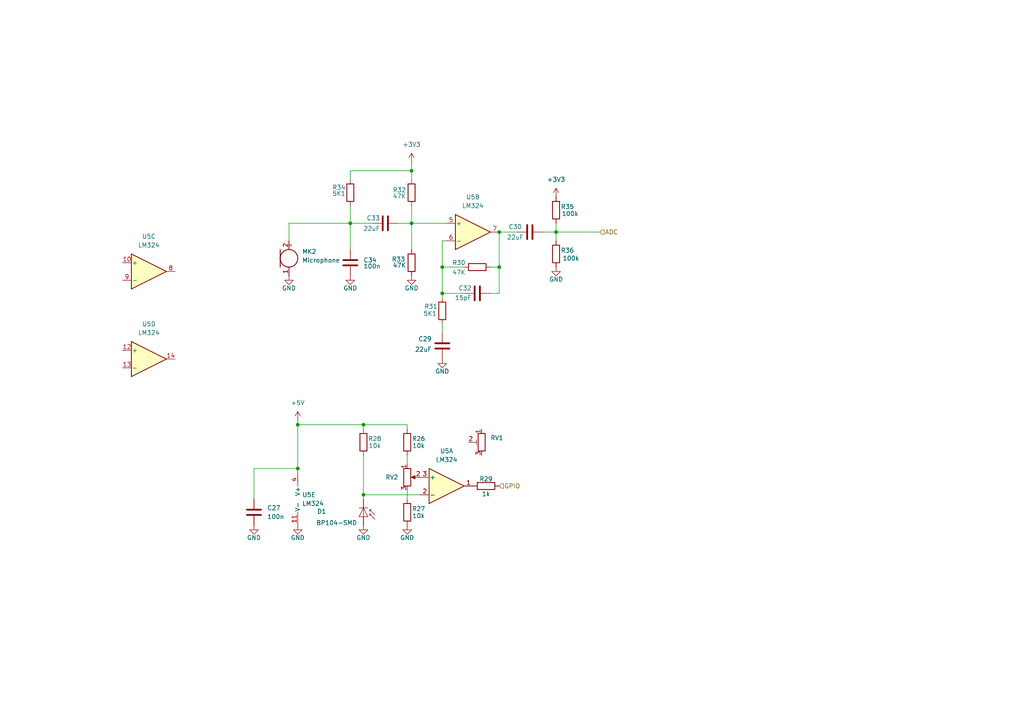
<source format=kicad_sch>
(kicad_sch (version 20250114) (generator "eeschema") (generator_version "9.0")
  (paper "A4")
  (lib_symbols
    (symbol "Amplifier_Operational:LM324" (pin_names (offset 0.127))
      (property "Reference" "U" (at 0 5.08 0))
      (property "Value" "LM324" (at 0 -5.08 0))
      (symbol "LM324_1_1"
        (polyline (pts (xy -5.08 5.08) (xy 5.08 0) (xy -5.08 -5.08) (xy -5.08 5.08)) (stroke (width 0.254)) (fill (type background)))
        (pin input line (at -7.62 2.54 0) (length 2.54) (name "+") (number "3"))
        (pin input line (at -7.62 -2.54 0) (length 2.54) (name "-") (number "2"))
        (pin output line (at 7.62 0 180) (length 2.54) (name "~") (number "1"))
      )
      (symbol "LM324_2_1"
        (polyline (pts (xy -5.08 5.08) (xy 5.08 0) (xy -5.08 -5.08) (xy -5.08 5.08)) (stroke (width 0.254)) (fill (type background)))
        (pin input line (at -7.62 2.54 0) (length 2.54) (name "+") (number "5"))
        (pin input line (at -7.62 -2.54 0) (length 2.54) (name "-") (number "6"))
        (pin output line (at 7.62 0 180) (length 2.54) (name "~") (number "7"))
      )
      (symbol "LM324_3_1"
        (polyline (pts (xy -5.08 5.08) (xy 5.08 0) (xy -5.08 -5.08) (xy -5.08 5.08)) (stroke (width 0.254)) (fill (type background)))
        (pin input line (at -7.62 2.54 0) (length 2.54) (name "+") (number "10"))
        (pin input line (at -7.62 -2.54 0) (length 2.54) (name "-") (number "9"))
        (pin output line (at 7.62 0 180) (length 2.54) (name "~") (number "8"))
      )
      (symbol "LM324_4_1"
        (polyline (pts (xy -5.08 5.08) (xy 5.08 0) (xy -5.08 -5.08) (xy -5.08 5.08)) (stroke (width 0.254)) (fill (type background)))
        (pin input line (at -7.62 2.54 0) (length 2.54) (name "+") (number "12"))
        (pin input line (at -7.62 -2.54 0) (length 2.54) (name "-") (number "13"))
        (pin output line (at 7.62 0 180) (length 2.54) (name "~") (number "14"))
      )
      (symbol "LM324_5_1"
        (pin power_in line (at -2.54 7.62 270) (length 3.81) (name "V+") (number "4"))
        (pin power_in line (at -2.54 -7.62 90) (length 3.81) (name "V-") (number "11"))
      )
    )
    (symbol "Device:C" (pin_numbers (hide yes)) (pin_names (offset 0.254))
      (property "Reference" "C" (at 0.635 2.54 0))
      (property "Value" "C" (at 0.635 -2.54 0))
      (symbol "C_0_1"
        (polyline (pts (xy -2.032 0.762) (xy 2.032 0.762)) (stroke (width 0.508)))
        (polyline (pts (xy -2.032 -0.762) (xy 2.032 -0.762)) (stroke (width 0.508)))
      )
      (symbol "C_1_1"
        (pin passive line (at 0 3.81 270) (length 2.794) (name "~") (number "1"))
        (pin passive line (at 0 -3.81 90) (length 2.794) (name "~") (number "2"))
      )
    )
    (symbol "Device:Microphone" (pin_names (offset 0.0254) (hide yes))
      (property "Reference" "MK" (at -3.81 1.27 0))
      (property "Value" "Microphone" (at -3.81 -0.635 0))
      (symbol "Microphone_0_1"
        (polyline (pts (xy -2.54 2.54) (xy -2.54 -2.54)) (stroke (width 0.254)))
        (circle (center 0 0) (radius 2.54) (stroke (width 0.254)))
        (polyline (pts (xy 0.254 3.81) (xy 0.762 3.81)))
        (polyline (pts (xy 0.508 4.064) (xy 0.508 3.556)))
      )
      (symbol "Microphone_1_1"
        (pin passive line (at 0 5.08 270) (length 2.54) (name "+") (number "2"))
        (pin passive line (at 0 -5.08 90) (length 2.54) (name "-") (number "1"))
      )
    )
    (symbol "Device:R" (pin_numbers (hide yes)) (pin_names (offset 0))
      (property "Reference" "R" (at 2.032 0 90))
      (property "Value" "R" (at 0 0 90))
      (symbol "R_0_1"
        (rectangle (start -1.016 -2.54) (end 1.016 2.54) (stroke (width 0.254)))
      )
      (symbol "R_1_1"
        (pin passive line (at 0 3.81 270) (length 1.27) (name "~") (number "1"))
        (pin passive line (at 0 -3.81 90) (length 1.27) (name "~") (number "2"))
      )
    )
    (symbol "Device:R_Potentiometer" (pin_names (offset 1.016) (hide yes))
      (property "Reference" "RV" (at -4.445 0 90))
      (property "Value" "R_Potentiometer" (at -2.54 0 90))
      (symbol "R_Potentiometer_0_1"
        (rectangle (start 1.016 2.54) (end -1.016 -2.54) (stroke (width 0.254)))
        (polyline (pts (xy 1.143 0) (xy 2.286 0.508) (xy 2.286 -0.508) (xy 1.143 0)) (fill (type outline)))
        (polyline (pts (xy 2.54 0) (xy 1.524 0)))
      )
      (symbol "R_Potentiometer_1_1"
        (pin passive line (at 0 3.81 270) (length 1.27) (name "1") (number "1"))
        (pin passive line (at 0 -3.81 90) (length 1.27) (name "3") (number "3"))
        (pin passive line (at 3.81 0 180) (length 1.27) (name "2") (number "2"))
      )
    )
    (symbol "Device:R_Potentiometer_Trim" (pin_names (offset 1.016) (hide yes))
      (property "Reference" "RV" (at -4.445 0 90))
      (property "Value" "R_Potentiometer_Trim" (at -2.54 0 90))
      (symbol "R_Potentiometer_Trim_0_1"
        (rectangle (start 1.016 2.54) (end -1.016 -2.54) (stroke (width 0.254)))
        (polyline (pts (xy 1.524 0.762) (xy 1.524 -0.762)))
        (polyline (pts (xy 2.54 0) (xy 1.524 0)))
      )
      (symbol "R_Potentiometer_Trim_1_1"
        (pin passive line (at 0 3.81 270) (length 1.27) (name "1") (number "1"))
        (pin passive line (at 0 -3.81 90) (length 1.27) (name "3") (number "3"))
        (pin passive line (at 3.81 0 180) (length 1.27) (name "2") (number "2"))
      )
    )
    (symbol "Sensor_Optical:BP104-SMD" (pin_numbers (hide yes)) (pin_names (offset 1.016) (hide yes))
      (property "Reference" "D" (at 0.508 1.778 0))
      (property "Value" "BP104-SMD" (at -1.016 -2.794 0))
      (symbol "BP104-SMD_0_1"
        (polyline (pts (xy -2.54 1.27) (xy -2.54 -1.27)) (stroke (width 0.1524)))
        (polyline (pts (xy -2.032 1.778) (xy -1.524 1.778)))
        (polyline (pts (xy -0.508 3.302) (xy -2.032 1.778) (xy -2.032 2.286)))
        (polyline (pts (xy 0 1.27) (xy -2.54 0) (xy 0 -1.27)))
        (polyline (pts (xy 0 0) (xy -2.54 0)))
        (polyline (pts (xy 0 -1.27) (xy 0 1.27)))
        (polyline (pts (xy 0.762 3.302) (xy -0.762 1.778) (xy -0.762 2.286) (xy -0.762 1.778) (xy -0.254 1.778)))
      )
      (symbol "BP104-SMD_1_1"
        (pin passive line (at -5.08 0 0) (length 2.54) (name "K") (number "1"))
        (pin passive line (at 2.54 0 180) (length 2.54) (name "A") (number "2"))
      )
    )
    (symbol "power:+5V" (power) (pin_numbers (hide yes)) (pin_names (offset 0) (hide yes))
      (property "Value" "+5V" (at 0 3.556 0))
      (symbol "+5V_0_1"
        (polyline (pts (xy -0.762 1.27) (xy 0 2.54)))
        (polyline (pts (xy 0 2.54) (xy 0.762 1.27)))
        (polyline (pts (xy 0 0) (xy 0 2.54)))
      )
      (symbol "+5V_1_1"
        (pin power_in line (at 0 0 90) (length 0) (name "~") (number "1"))
      )
    )
    (symbol "power:GND" (power) (pin_numbers (hide yes)) (pin_names (offset 0) (hide yes))
      (property "Value" "GND" (at 0 -3.81 0))
      (symbol "GND_0_1"
        (polyline (pts (xy 0 0) (xy 0 -1.27) (xy 1.27 -1.27) (xy 0 -2.54) (xy -1.27 -1.27) (xy 0 -1.27)))
      )
      (symbol "GND_1_1"
        (pin power_in line (at 0 0 270) (length 0) (name "~") (number "1"))
      )
    )
  )
  (junction (at 119.38 49.53))
  (junction (at 101.6 64.77))
  (junction (at 128.27 77.47))
  (junction (at 86.36 123.19))
  (junction (at 105.41 123.19))
  (junction (at 161.29 67.31))
  (junction (at 86.36 135.89))
  (junction (at 119.38 64.77))
  (junction (at 144.78 67.31))
  (junction (at 144.78 77.47))
  (junction (at 105.41 143.51))
  (junction (at 128.27 85.09))
  (wire (pts (xy 119.38 64.77) (xy 129.54 64.77)))
  (wire (pts (xy 161.29 67.31) (xy 157.48 67.31)))
  (wire (pts (xy 128.27 69.85) (xy 128.27 77.47)))
  (wire (pts (xy 118.11 132.08) (xy 118.11 134.62)))
  (wire (pts (xy 119.38 59.69) (xy 119.38 64.77)))
  (wire (pts (xy 101.6 59.69) (xy 101.6 64.77)))
  (wire (pts (xy 83.82 64.77) (xy 83.82 69.85)))
  (wire (pts (xy 73.66 135.89) (xy 86.36 135.89)))
  (wire (pts (xy 86.36 123.19) (xy 105.41 123.19)))
  (wire (pts (xy 161.29 67.31) (xy 161.29 69.85)))
  (wire (pts (xy 119.38 64.77) (xy 119.38 72.39)))
  (wire (pts (xy 105.41 124.46) (xy 105.41 123.19)))
  (wire (pts (xy 128.27 93.98) (xy 128.27 96.52)))
  (wire (pts (xy 105.41 132.08) (xy 105.41 143.51)))
  (wire (pts (xy 119.38 49.53) (xy 119.38 52.07)))
  (wire (pts (xy 161.29 64.77) (xy 161.29 67.31)))
  (wire (pts (xy 119.38 46.99) (xy 119.38 49.53)))
  (wire (pts (xy 101.6 52.07) (xy 101.6 49.53)))
  (wire (pts (xy 173.99 67.31) (xy 161.29 67.31)))
  (wire (pts (xy 83.82 64.77) (xy 101.6 64.77)))
  (wire (pts (xy 86.36 121.92) (xy 86.36 123.19)))
  (wire (pts (xy 144.78 67.31) (xy 149.86 67.31)))
  (wire (pts (xy 128.27 85.09) (xy 134.62 85.09)))
  (wire (pts (xy 121.92 143.51) (xy 105.41 143.51)))
  (wire (pts (xy 128.27 77.47) (xy 134.62 77.47)))
  (wire (pts (xy 144.78 85.09) (xy 144.78 77.47)))
  (wire (pts (xy 128.27 85.09) (xy 128.27 86.36)))
  (wire (pts (xy 118.11 123.19) (xy 118.11 124.46)))
  (wire (pts (xy 118.11 142.24) (xy 118.11 144.78)))
  (wire (pts (xy 105.41 143.51) (xy 105.41 144.78)))
  (wire (pts (xy 129.54 69.85) (xy 128.27 69.85)))
  (wire (pts (xy 101.6 64.77) (xy 107.95 64.77)))
  (wire (pts (xy 128.27 77.47) (xy 128.27 85.09)))
  (wire (pts (xy 115.57 64.77) (xy 119.38 64.77)))
  (wire (pts (xy 101.6 64.77) (xy 101.6 72.39)))
  (wire (pts (xy 101.6 49.53) (xy 119.38 49.53)))
  (wire (pts (xy 86.36 135.89) (xy 86.36 137.16)))
  (wire (pts (xy 73.66 144.78) (xy 73.66 135.89)))
  (wire (pts (xy 105.41 123.19) (xy 118.11 123.19)))
  (wire (pts (xy 144.78 77.47) (xy 144.78 67.31)))
  (wire (pts (xy 86.36 123.19) (xy 86.36 135.89)))
  (wire (pts (xy 142.24 85.09) (xy 144.78 85.09)))
  (wire (pts (xy 142.24 77.47) (xy 144.78 77.47)))
  (hierarchical_label "GPIO" (shape input) (at 144.78 140.97 0))
  (hierarchical_label "ADC" (shape input) (at 173.99 67.31 0))
  (symbol (lib_id "Device:C") (at 73.66 148.59 0) (unit 1)
    (property "Reference" "C27" (at 77.47 147.3199 0) (effects (justify left)))
    (property "Value" "100n" (at 77.47 149.8599 0) (effects (justify left)))
    (property "Footprint" "Capacitor_SMD:C_0402_1005Metric" (effects (hide yes)))
    (property "Description" "Unpolarized capacitor" (effects (hide yes)))
  )
  (symbol (lib_id "power:GND") (at 83.82 80.01 0) (unit 1)
    (property "Reference" "#PWR043" (effects (hide yes)))
    (property "Value" "GND" (at 85.852 83.566 0) (effects (justify right)))
    (property "Description" "Power symbol creates a global label with name \"GND\" , ground" (effects (hide yes)))
  )
  (symbol (lib_id "Device:C") (at 138.43 85.09 90) (mirror x) (unit 1)
    (property "Reference" "C32" (at 134.874 83.566 90))
    (property "Value" "15pF" (at 134.366 86.36 90))
    (property "Footprint" "Capacitor_SMD:C_0402_1005Metric" (effects (hide yes)))
    (property "Description" "Unpolarized capacitor" (effects (hide yes)))
  )
  (symbol (lib_id "Amplifier_Operational:LM324") (at 43.18 78.74 0) (unit 3)
    (property "Reference" "U5" (at 43.18 68.58 0))
    (property "Value" "LM324" (at 43.18 71.12 0))
    (property "Footprint" "Package_DIP:DIP-14_W7.62mm_LongPads" (effects (hide yes)))
    (property "Datasheet" "http://www.ti.com/lit/ds/symlink/lm2902-n.pdf" (effects (hide yes)))
    (property "Description" "Low-Power, Quad-Operational Amplifiers, DIP-14/SOIC-14/SSOP-14" (effects (hide yes)))
  )
  (symbol (lib_id "Device:R") (at 128.27 90.17 0) (mirror y) (unit 1)
    (property "Reference" "R31" (at 124.968 88.9 0))
    (property "Value" "5K1" (at 124.714 90.932 0))
    (property "Footprint" "Resistor_SMD:R_0402_1005Metric" (effects (hide yes)))
    (property "Description" "Resistor" (effects (hide yes)))
  )
  (symbol (lib_id "Device:R") (at 161.29 60.96 180) (unit 1)
    (property "Reference" "R35" (at 164.592 59.944 0))
    (property "Value" "100k" (at 165.354 61.976 0))
    (property "Footprint" "Resistor_SMD:R_0402_1005Metric" (effects (hide yes)))
    (property "Description" "Resistor" (effects (hide yes)))
  )
  (symbol (lib_id "Device:C") (at 111.76 64.77 90) (unit 1)
    (property "Reference" "C33" (at 110.236 63.246 90) (effects (justify left)))
    (property "Value" "22uF" (at 110.236 66.294 90) (effects (justify left)))
    (property "Footprint" "Capacitor_SMD:C_0805_2012Metric" (effects (hide yes)))
    (property "Description" "Unpolarized capacitor" (effects (hide yes)))
  )
  (symbol (lib_id "power:GND") (at 86.36 152.4 0) (unit 1)
    (property "Reference" "#PWR038" (effects (hide yes)))
    (property "Value" "GND" (at 88.392 155.956 0) (effects (justify right)))
    (property "Description" "Power symbol creates a global label with name \"GND\" , ground" (effects (hide yes)))
  )
  (symbol (lib_id "power:GND") (at 128.27 104.14 0) (unit 1)
    (property "Reference" "#PWR045" (effects (hide yes)))
    (property "Value" "GND" (at 130.302 107.696 0) (effects (justify right)))
    (property "Description" "Power symbol creates a global label with name \"GND\" , ground" (effects (hide yes)))
  )
  (symbol (lib_id "Device:R") (at 105.41 128.27 180) (unit 1)
    (property "Reference" "R28" (at 108.712 127.254 0))
    (property "Value" "10k" (at 108.712 129.286 0))
    (property "Footprint" "Resistor_SMD:R_0402_1005Metric" (effects (hide yes)))
    (property "Description" "Resistor" (effects (hide yes)))
  )
  (symbol (lib_id "Device:C") (at 128.27 100.33 0) (unit 1)
    (property "Reference" "C29" (at 125.222 98.298 0) (effects (justify right)))
    (property "Value" "22uF" (at 125.222 101.346 0) (effects (justify right)))
    (property "Footprint" "Capacitor_SMD:C_0805_2012Metric" (effects (hide yes)))
    (property "Description" "Unpolarized capacitor" (effects (hide yes)))
  )
  (symbol (lib_id "Device:C") (at 101.6 76.2 0) (unit 1)
    (property "Reference" "C34" (at 105.41 75.438 0) (effects (justify left)))
    (property "Value" "100n" (at 105.41 77.216 0) (effects (justify left)))
    (property "Footprint" "Capacitor_SMD:C_0402_1005Metric" (effects (hide yes)))
    (property "Description" "Unpolarized capacitor" (effects (hide yes)))
  )
  (symbol (lib_id "Device:R_Potentiometer") (at 118.11 138.43 0) (unit 1)
    (property "Reference" "RV2" (at 115.57 138.4299 0) (effects (justify right)))
    (property "Value" "R_Potentiometer" (effects (hide yes)))
    (property "Footprint" "Potentiometer_SMD:Potentiometer_Bourns_TC33X_Vertical" (effects (hide yes)))
    (property "Description" "Potentiometer" (effects (hide yes)))
  )
  (symbol (lib_id "Amplifier_Operational:LM324") (at 129.54 140.97 0) (unit 1)
    (property "Reference" "U5" (at 129.54 130.81 0))
    (property "Value" "LM324" (at 129.54 133.35 0))
    (property "Footprint" "Package_DIP:DIP-14_W7.62mm_LongPads" (effects (hide yes)))
    (property "Datasheet" "http://www.ti.com/lit/ds/symlink/lm2902-n.pdf" (effects (hide yes)))
    (property "Description" "Low-Power, Quad-Operational Amplifiers, DIP-14/SOIC-14/SSOP-14" (effects (hide yes)))
  )
  (symbol (lib_id "Amplifier_Operational:LM324") (at 88.9 144.78 0) (unit 5)
    (property "Reference" "U5" (at 87.63 143.5099 0) (effects (justify left)))
    (property "Value" "LM324" (at 87.63 146.0499 0) (effects (justify left)))
    (property "Footprint" "Package_DIP:DIP-14_W7.62mm_LongPads" (effects (hide yes)))
    (property "Datasheet" "http://www.ti.com/lit/ds/symlink/lm2902-n.pdf" (effects (hide yes)))
    (property "Description" "Low-Power, Quad-Operational Amplifiers, DIP-14/SOIC-14/SSOP-14" (effects (hide yes)))
  )
  (symbol (lib_id "power:GND") (at 105.41 152.4 0) (unit 1)
    (property "Reference" "#PWR037" (effects (hide yes)))
    (property "Value" "GND" (at 107.442 155.956 0) (effects (justify right)))
    (property "Description" "Power symbol creates a global label with name \"GND\" , ground" (effects (hide yes)))
  )
  (symbol (lib_id "Amplifier_Operational:LM324") (at 137.16 67.31 0) (unit 2)
    (property "Reference" "U5" (at 137.16 57.15 0))
    (property "Value" "LM324" (at 137.16 59.69 0))
    (property "Footprint" "Package_DIP:DIP-14_W7.62mm_LongPads" (effects (hide yes)))
    (property "Datasheet" "http://www.ti.com/lit/ds/symlink/lm2902-n.pdf" (effects (hide yes)))
    (property "Description" "Low-Power, Quad-Operational Amplifiers, DIP-14/SOIC-14/SSOP-14" (effects (hide yes)))
  )
  (symbol (lib_id "Amplifier_Operational:LM324") (at 43.18 104.14 0) (unit 4)
    (property "Reference" "U5" (at 43.18 93.98 0))
    (property "Value" "LM324" (at 43.18 96.52 0))
    (property "Footprint" "Package_DIP:DIP-14_W7.62mm_LongPads" (effects (hide yes)))
    (property "Datasheet" "http://www.ti.com/lit/ds/symlink/lm2902-n.pdf" (effects (hide yes)))
    (property "Description" "Low-Power, Quad-Operational Amplifiers, DIP-14/SOIC-14/SSOP-14" (effects (hide yes)))
  )
  (symbol (lib_id "Device:C") (at 153.67 67.31 90) (unit 1)
    (property "Reference" "C30" (at 151.384 65.786 90) (effects (justify left)))
    (property "Value" "22uF" (at 151.892 68.834 90) (effects (justify left)))
    (property "Footprint" "Capacitor_SMD:C_0805_2012Metric" (effects (hide yes)))
    (property "Description" "Unpolarized capacitor" (effects (hide yes)))
  )
  (symbol (lib_id "Device:R") (at 140.97 140.97 270) (unit 1)
    (property "Reference" "R29" (at 140.97 138.938 90))
    (property "Value" "1k" (at 140.97 143.256 90))
    (property "Footprint" "Resistor_SMD:R_0402_1005Metric" (effects (hide yes)))
    (property "Description" "Resistor" (effects (hide yes)))
  )
  (symbol (lib_id "power:+5V") (at 86.36 121.92 0) (unit 1)
    (property "Reference" "#PWR039" (effects (hide yes)))
    (property "Value" "+5V" (at 86.36 116.84 0))
    (property "Description" "Power symbol creates a global label with name \"+5V\"" (effects (hide yes)))
  )
  (symbol (lib_id "Device:R") (at 118.11 128.27 180) (unit 1)
    (property "Reference" "R26" (at 121.412 127.254 0))
    (property "Value" "10k" (at 121.412 129.286 0))
    (property "Footprint" "Resistor_SMD:R_0402_1005Metric" (effects (hide yes)))
    (property "Description" "Resistor" (effects (hide yes)))
  )
  (symbol (lib_id "Device:R") (at 101.6 55.88 0) (mirror y) (unit 1)
    (property "Reference" "R34" (at 98.298 54.356 0))
    (property "Value" "5K1" (at 98.298 56.134 0))
    (property "Footprint" "Resistor_SMD:R_0402_1005Metric" (effects (hide yes)))
    (property "Description" "Resistor" (effects (hide yes)))
  )
  (symbol (lib_id "Device:R") (at 161.29 73.66 180) (unit 1)
    (property "Reference" "R36" (at 164.592 72.644 0))
    (property "Value" "100k" (at 165.608 74.93 0))
    (property "Footprint" "Resistor_SMD:R_0402_1005Metric" (effects (hide yes)))
    (property "Description" "Resistor" (effects (hide yes)))
  )
  (symbol (lib_id "Device:R") (at 119.38 76.2 0) (unit 1)
    (property "Reference" "R33" (at 115.57 75.184 0))
    (property "Value" "47K" (at 115.824 76.962 0))
    (property "Footprint" "Resistor_SMD:R_0402_1005Metric" (effects (hide yes)))
    (property "Description" "Resistor" (effects (hide yes)))
  )
  (symbol (lib_id "power:GND") (at 119.38 80.01 0) (unit 1)
    (property "Reference" "#PWR044" (effects (hide yes)))
    (property "Value" "GND" (at 121.412 83.566 0) (effects (justify right)))
    (property "Description" "Power symbol creates a global label with name \"GND\" , ground" (effects (hide yes)))
  )
  (symbol (lib_id "power:+5V") (at 161.29 57.15 0) (unit 1)
    (property "Reference" "#PWR052" (effects (hide yes)))
    (property "Value" "+3V3" (at 161.29 52.07 0))
    (property "Description" "Power symbol creates a global label with name \"+5V\"" (effects (hide yes)))
  )
  (symbol (lib_id "Device:Microphone") (at 83.82 74.93 0) (unit 1)
    (property "Reference" "MK2" (at 87.63 72.9614 0) (effects (justify left)))
    (property "Value" "Microphone" (at 87.63 75.5014 0) (effects (justify left)))
    (property "Footprint" "Sensor_Audio:CUI_CMC-4013-SMT" (effects (hide yes)))
    (property "Description" "Microphone" (effects (hide yes)))
  )
  (symbol (lib_id "Device:R_Potentiometer_Trim") (at 139.7 128.27 0) (mirror y) (unit 1)
    (property "Reference" "RV1" (at 142.24 126.9999 0) (effects (justify right)))
    (property "Value" "R_Potentiometer_Trim" (effects (hide yes)))
    (property "Footprint" "Potentiometer_SMD:Potentiometer_Bourns_TC33X_Vertical" (effects (hide yes)))
    (property "Description" "Trim-potentiometer" (effects (hide yes)))
  )
  (symbol (lib_id "power:GND") (at 73.66 152.4 0) (unit 1)
    (property "Reference" "#PWR040" (effects (hide yes)))
    (property "Value" "GND" (at 75.692 155.956 0) (effects (justify right)))
    (property "Description" "Power symbol creates a global label with name \"GND\" , ground" (effects (hide yes)))
  )
  (symbol (lib_id "Device:R") (at 119.38 55.88 180) (unit 1)
    (property "Reference" "R32" (at 115.824 55.118 0))
    (property "Value" "47K" (at 115.824 56.896 0))
    (property "Footprint" "Resistor_SMD:R_0402_1005Metric" (effects (hide yes)))
    (property "Description" "Resistor" (effects (hide yes)))
  )
  (symbol (lib_id "Sensor_Optical:BP104-SMD") (at 105.41 149.86 270) (unit 1)
    (property "Reference" "D1" (at 91.948 148.336 90) (effects (justify left)))
    (property "Value" "BP104-SMD" (at 91.694 151.638 90) (effects (justify left)))
    (property "Footprint" "OptoDevice:Osram_BP104-SMD" (effects (hide yes)))
    (property "Datasheet" "https://dammedia.osram.info/media/resource/hires/osram-dam-5989350/BP%20104%20FAS_EN.pdf" (effects (hide yes)))
    (property "Description" "Silicon PIN Photodiode,  Area 2.2x2.2mm" (effects (hide yes)))
  )
  (symbol (lib_id "power:+5V") (at 119.38 46.99 0) (unit 1)
    (property "Reference" "#PWR051" (effects (hide yes)))
    (property "Value" "+3V3" (at 119.38 41.91 0))
    (property "Description" "Power symbol creates a global label with name \"+5V\"" (effects (hide yes)))
  )
  (symbol (lib_id "power:GND") (at 101.6 80.01 0) (unit 1)
    (property "Reference" "#PWR048" (effects (hide yes)))
    (property "Value" "GND" (at 103.632 83.566 0) (effects (justify right)))
    (property "Description" "Power symbol creates a global label with name \"GND\" , ground" (effects (hide yes)))
  )
  (symbol (lib_id "Device:R") (at 118.11 148.59 180) (unit 1)
    (property "Reference" "R27" (at 121.412 147.574 0))
    (property "Value" "10k" (at 121.412 149.606 0))
    (property "Footprint" "Resistor_SMD:R_0402_1005Metric" (effects (hide yes)))
    (property "Description" "Resistor" (effects (hide yes)))
  )
  (symbol (lib_id "Device:R") (at 138.43 77.47 90) (unit 1)
    (property "Reference" "R30" (at 133.096 76.2 90))
    (property "Value" "47K" (at 133.096 78.994 90))
    (property "Footprint" "Resistor_SMD:R_0402_1005Metric" (effects (hide yes)))
    (property "Description" "Resistor" (effects (hide yes)))
  )
  (symbol (lib_id "power:GND") (at 118.11 152.4 0) (unit 1)
    (property "Reference" "#PWR036" (effects (hide yes)))
    (property "Value" "GND" (at 120.142 155.956 0) (effects (justify right)))
    (property "Description" "Power symbol creates a global label with name \"GND\" , ground" (effects (hide yes)))
  )
  (symbol (lib_id "power:GND") (at 161.29 77.47 0) (unit 1)
    (property "Reference" "#PWR050" (effects (hide yes)))
    (property "Value" "GND" (at 163.322 81.026 0) (effects (justify right)))
    (property "Description" "Power symbol creates a global label with name \"GND\" , ground" (effects (hide yes)))
  )
)
</source>
